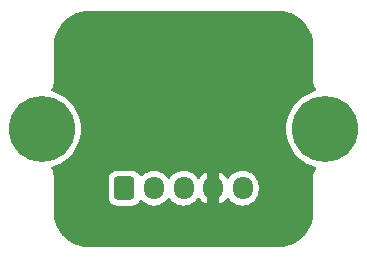
<source format=gbr>
%TF.GenerationSoftware,KiCad,Pcbnew,7.0.1*%
%TF.CreationDate,2023-07-17T00:53:10+01:00*%
%TF.ProjectId,Motor Encoder Board,4d6f746f-7220-4456-9e63-6f6465722042,rev?*%
%TF.SameCoordinates,Original*%
%TF.FileFunction,Copper,L1,Top*%
%TF.FilePolarity,Positive*%
%FSLAX46Y46*%
G04 Gerber Fmt 4.6, Leading zero omitted, Abs format (unit mm)*
G04 Created by KiCad (PCBNEW 7.0.1) date 2023-07-17 00:53:10*
%MOMM*%
%LPD*%
G01*
G04 APERTURE LIST*
G04 Aperture macros list*
%AMRoundRect*
0 Rectangle with rounded corners*
0 $1 Rounding radius*
0 $2 $3 $4 $5 $6 $7 $8 $9 X,Y pos of 4 corners*
0 Add a 4 corners polygon primitive as box body*
4,1,4,$2,$3,$4,$5,$6,$7,$8,$9,$2,$3,0*
0 Add four circle primitives for the rounded corners*
1,1,$1+$1,$2,$3*
1,1,$1+$1,$4,$5*
1,1,$1+$1,$6,$7*
1,1,$1+$1,$8,$9*
0 Add four rect primitives between the rounded corners*
20,1,$1+$1,$2,$3,$4,$5,0*
20,1,$1+$1,$4,$5,$6,$7,0*
20,1,$1+$1,$6,$7,$8,$9,0*
20,1,$1+$1,$8,$9,$2,$3,0*%
G04 Aperture macros list end*
%TA.AperFunction,ComponentPad*%
%ADD10C,5.600000*%
%TD*%
%TA.AperFunction,ComponentPad*%
%ADD11RoundRect,0.250000X-0.600000X-0.725000X0.600000X-0.725000X0.600000X0.725000X-0.600000X0.725000X0*%
%TD*%
%TA.AperFunction,ComponentPad*%
%ADD12O,1.700000X1.950000*%
%TD*%
%TA.AperFunction,ViaPad*%
%ADD13C,0.800000*%
%TD*%
G04 APERTURE END LIST*
D10*
%TO.P,H2,1,1*%
%TO.N,unconnected-(H2-Pad1)*%
X129000000Y-61000000D03*
%TD*%
%TO.P,H1,1,1*%
%TO.N,unconnected-(H1-Pad1)*%
X105000000Y-61000000D03*
%TD*%
D11*
%TO.P,J1,1,Pin_1*%
%TO.N,OUT*%
X112000000Y-66000000D03*
D12*
%TO.P,J1,2,Pin_2*%
%TO.N,/SDA*%
X114500000Y-66000000D03*
%TO.P,J1,3,Pin_3*%
%TO.N,/SCL*%
X117000000Y-66000000D03*
%TO.P,J1,4,Pin_4*%
%TO.N,GND*%
X119500000Y-66000000D03*
%TO.P,J1,5,Pin_5*%
%TO.N,+3V3*%
X122000000Y-66000000D03*
%TD*%
D13*
%TO.N,GND*%
X121820000Y-62910000D03*
X124360000Y-59080000D03*
X109470000Y-62910000D03*
X112140000Y-59090000D03*
X124360000Y-60360000D03*
%TD*%
%TA.AperFunction,Conductor*%
%TO.N,GND*%
G36*
X125003243Y-51000669D02*
G01*
X125133379Y-51007490D01*
X125313908Y-51017628D01*
X125326309Y-51018955D01*
X125474990Y-51042504D01*
X125476245Y-51042709D01*
X125635324Y-51069738D01*
X125646606Y-51072202D01*
X125795635Y-51112134D01*
X125797761Y-51112725D01*
X125949174Y-51156347D01*
X125959260Y-51159729D01*
X126104710Y-51215562D01*
X126107599Y-51216714D01*
X126251768Y-51276430D01*
X126260594Y-51280500D01*
X126400064Y-51351565D01*
X126403748Y-51353521D01*
X126493848Y-51403316D01*
X126539548Y-51428574D01*
X126547061Y-51433081D01*
X126678754Y-51518604D01*
X126682947Y-51521452D01*
X126809147Y-51610996D01*
X126815428Y-51615759D01*
X126937567Y-51714665D01*
X126942158Y-51718571D01*
X127057424Y-51821579D01*
X127062478Y-51826358D01*
X127173640Y-51937520D01*
X127178419Y-51942574D01*
X127281427Y-52057840D01*
X127285333Y-52062431D01*
X127384239Y-52184570D01*
X127389002Y-52190851D01*
X127478546Y-52317051D01*
X127481409Y-52321266D01*
X127566907Y-52452921D01*
X127571430Y-52460460D01*
X127646477Y-52596250D01*
X127648433Y-52599934D01*
X127719498Y-52739404D01*
X127723575Y-52748247D01*
X127783259Y-52892337D01*
X127784462Y-52895353D01*
X127840265Y-53040727D01*
X127843655Y-53050836D01*
X127887258Y-53202185D01*
X127887879Y-53204419D01*
X127927791Y-53353370D01*
X127930264Y-53364694D01*
X127957282Y-53523715D01*
X127957507Y-53525087D01*
X127981040Y-53673666D01*
X127982372Y-53686111D01*
X127992498Y-53866421D01*
X127992523Y-53866884D01*
X127999330Y-53996757D01*
X127999500Y-54003247D01*
X127999500Y-57087533D01*
X128014668Y-57173561D01*
X128029899Y-57259938D01*
X128059712Y-57341849D01*
X128089776Y-57424447D01*
X128177307Y-57576054D01*
X128205466Y-57609613D01*
X128232359Y-57666501D01*
X128227866Y-57729264D01*
X128193144Y-57781741D01*
X128137135Y-57810418D01*
X128115731Y-57815129D01*
X127842143Y-57907312D01*
X127776565Y-57929409D01*
X127776562Y-57929410D01*
X127776560Y-57929411D01*
X127451749Y-58079683D01*
X127145081Y-58264199D01*
X126860161Y-58480789D01*
X126600332Y-58726913D01*
X126368636Y-58999686D01*
X126167786Y-59295919D01*
X126000146Y-59612118D01*
X125867674Y-59944598D01*
X125771930Y-60289440D01*
X125714027Y-60642635D01*
X125694651Y-60999999D01*
X125714027Y-61357364D01*
X125771930Y-61710559D01*
X125867674Y-62055401D01*
X126000146Y-62387881D01*
X126167786Y-62704080D01*
X126368636Y-63000313D01*
X126600332Y-63273086D01*
X126860161Y-63519210D01*
X127145080Y-63735799D01*
X127145081Y-63735800D01*
X127451747Y-63920315D01*
X127776565Y-64070591D01*
X128115726Y-64184868D01*
X128130783Y-64188182D01*
X128137132Y-64189580D01*
X128193142Y-64218256D01*
X128227865Y-64270733D01*
X128232359Y-64333497D01*
X128205467Y-64390385D01*
X128177307Y-64423945D01*
X128089776Y-64575552D01*
X128029898Y-64740064D01*
X127999500Y-64912467D01*
X127999500Y-67996753D01*
X127999330Y-68003243D01*
X127992523Y-68133114D01*
X127992498Y-68133577D01*
X127982372Y-68313887D01*
X127981040Y-68326332D01*
X127957507Y-68474911D01*
X127957282Y-68476283D01*
X127930264Y-68635304D01*
X127927791Y-68646628D01*
X127887879Y-68795579D01*
X127887258Y-68797813D01*
X127843655Y-68949162D01*
X127840265Y-68959271D01*
X127784462Y-69104645D01*
X127783259Y-69107661D01*
X127723575Y-69251751D01*
X127719498Y-69260594D01*
X127648433Y-69400064D01*
X127646477Y-69403748D01*
X127571430Y-69539538D01*
X127566897Y-69547094D01*
X127481412Y-69678728D01*
X127478546Y-69682947D01*
X127389002Y-69809147D01*
X127384239Y-69815428D01*
X127285333Y-69937567D01*
X127281427Y-69942158D01*
X127178419Y-70057424D01*
X127173640Y-70062478D01*
X127062478Y-70173640D01*
X127057424Y-70178419D01*
X126942158Y-70281427D01*
X126937567Y-70285333D01*
X126815428Y-70384239D01*
X126809147Y-70389002D01*
X126682947Y-70478546D01*
X126678728Y-70481412D01*
X126547094Y-70566897D01*
X126539538Y-70571430D01*
X126403748Y-70646477D01*
X126400064Y-70648433D01*
X126260594Y-70719498D01*
X126251751Y-70723575D01*
X126107661Y-70783259D01*
X126104645Y-70784462D01*
X125959271Y-70840265D01*
X125949162Y-70843655D01*
X125797813Y-70887258D01*
X125795579Y-70887879D01*
X125646628Y-70927791D01*
X125635304Y-70930264D01*
X125476283Y-70957282D01*
X125474911Y-70957507D01*
X125326332Y-70981040D01*
X125313887Y-70982372D01*
X125133577Y-70992498D01*
X125133114Y-70992523D01*
X125003243Y-70999330D01*
X124996753Y-70999500D01*
X109003247Y-70999500D01*
X108996757Y-70999330D01*
X108866884Y-70992523D01*
X108866421Y-70992498D01*
X108686111Y-70982372D01*
X108673666Y-70981040D01*
X108525087Y-70957507D01*
X108523715Y-70957282D01*
X108364694Y-70930264D01*
X108353370Y-70927791D01*
X108204419Y-70887879D01*
X108202185Y-70887258D01*
X108050836Y-70843655D01*
X108040727Y-70840265D01*
X107895353Y-70784462D01*
X107892337Y-70783259D01*
X107748247Y-70723575D01*
X107739404Y-70719498D01*
X107599934Y-70648433D01*
X107596250Y-70646477D01*
X107460460Y-70571430D01*
X107452921Y-70566907D01*
X107321266Y-70481409D01*
X107317051Y-70478546D01*
X107190851Y-70389002D01*
X107184570Y-70384239D01*
X107062431Y-70285333D01*
X107057840Y-70281427D01*
X106942574Y-70178419D01*
X106937520Y-70173640D01*
X106826358Y-70062478D01*
X106821579Y-70057424D01*
X106718571Y-69942158D01*
X106714665Y-69937567D01*
X106615759Y-69815428D01*
X106610996Y-69809147D01*
X106521452Y-69682947D01*
X106518604Y-69678754D01*
X106433081Y-69547061D01*
X106428568Y-69539538D01*
X106353521Y-69403748D01*
X106351565Y-69400064D01*
X106280500Y-69260594D01*
X106276430Y-69251768D01*
X106216714Y-69107599D01*
X106215562Y-69104710D01*
X106159729Y-68959260D01*
X106156347Y-68949174D01*
X106112725Y-68797761D01*
X106112134Y-68795635D01*
X106072202Y-68646606D01*
X106069738Y-68635324D01*
X106042709Y-68476245D01*
X106042491Y-68474911D01*
X106018955Y-68326309D01*
X106017628Y-68313908D01*
X106007485Y-68133285D01*
X106007476Y-68133114D01*
X106000669Y-68003243D01*
X106000500Y-67996755D01*
X106000500Y-66775008D01*
X110649500Y-66775008D01*
X110660000Y-66877796D01*
X110715186Y-67044334D01*
X110807288Y-67193657D01*
X110931342Y-67317711D01*
X110931344Y-67317712D01*
X111080666Y-67409814D01*
X111192016Y-67446712D01*
X111247202Y-67464999D01*
X111257703Y-67466071D01*
X111349991Y-67475500D01*
X112650008Y-67475499D01*
X112752797Y-67464999D01*
X112919334Y-67409814D01*
X113068656Y-67317712D01*
X113192712Y-67193656D01*
X113284814Y-67044334D01*
X113284814Y-67044331D01*
X113288178Y-67038879D01*
X113327091Y-66999395D01*
X113379321Y-66980814D01*
X113434428Y-66986849D01*
X113481398Y-67016294D01*
X113628599Y-67163495D01*
X113822170Y-67299035D01*
X114036337Y-67398903D01*
X114264592Y-67460063D01*
X114500000Y-67480659D01*
X114735408Y-67460063D01*
X114963663Y-67398903D01*
X115177829Y-67299035D01*
X115371401Y-67163495D01*
X115538495Y-66996401D01*
X115648426Y-66839401D01*
X115692743Y-66800537D01*
X115750000Y-66786526D01*
X115807257Y-66800537D01*
X115851573Y-66839401D01*
X115961505Y-66996401D01*
X116128599Y-67163495D01*
X116322170Y-67299035D01*
X116536337Y-67398903D01*
X116764592Y-67460063D01*
X117000000Y-67480659D01*
X117235408Y-67460063D01*
X117463663Y-67398903D01*
X117677829Y-67299035D01*
X117871401Y-67163495D01*
X118038495Y-66996401D01*
X118148732Y-66838964D01*
X118193048Y-66800101D01*
X118250305Y-66786090D01*
X118307562Y-66800101D01*
X118351880Y-66838967D01*
X118461890Y-66996078D01*
X118628918Y-67163106D01*
X118822423Y-67298600D01*
X118999999Y-67381406D01*
X119000000Y-67381406D01*
X119000000Y-67381405D01*
X120000000Y-67381405D01*
X120177578Y-67298599D01*
X120371078Y-67163109D01*
X120538109Y-66996078D01*
X120648119Y-66838968D01*
X120692437Y-66800102D01*
X120749694Y-66786091D01*
X120806951Y-66800102D01*
X120851268Y-66838966D01*
X120961505Y-66996401D01*
X121128599Y-67163495D01*
X121322170Y-67299035D01*
X121536337Y-67398903D01*
X121764592Y-67460063D01*
X122000000Y-67480659D01*
X122235408Y-67460063D01*
X122463663Y-67398903D01*
X122677829Y-67299035D01*
X122871401Y-67163495D01*
X123038495Y-66996401D01*
X123174035Y-66802829D01*
X123273903Y-66588663D01*
X123335063Y-66360408D01*
X123350500Y-66183966D01*
X123350500Y-65816034D01*
X123335063Y-65639592D01*
X123273903Y-65411337D01*
X123174035Y-65197171D01*
X123038495Y-65003599D01*
X122871401Y-64836505D01*
X122677830Y-64700965D01*
X122463663Y-64601097D01*
X122368327Y-64575552D01*
X122235407Y-64539936D01*
X122000000Y-64519340D01*
X121764592Y-64539936D01*
X121536336Y-64601097D01*
X121322170Y-64700965D01*
X121128598Y-64836505D01*
X120961508Y-65003595D01*
X120851269Y-65161033D01*
X120806951Y-65199898D01*
X120749694Y-65213909D01*
X120692437Y-65199898D01*
X120648119Y-65161032D01*
X120538109Y-65003921D01*
X120371081Y-64836893D01*
X120177576Y-64701399D01*
X120000000Y-64618593D01*
X120000000Y-67381405D01*
X119000000Y-67381405D01*
X119000000Y-64618595D01*
X118999999Y-64618594D01*
X118822421Y-64701400D01*
X118628921Y-64836890D01*
X118461893Y-65003918D01*
X118351880Y-65161033D01*
X118307562Y-65199898D01*
X118250305Y-65213909D01*
X118193048Y-65199898D01*
X118148730Y-65161032D01*
X118038494Y-65003598D01*
X117871404Y-64836508D01*
X117871401Y-64836505D01*
X117677830Y-64700965D01*
X117463663Y-64601097D01*
X117368327Y-64575552D01*
X117235407Y-64539936D01*
X117000000Y-64519340D01*
X116764592Y-64539936D01*
X116536336Y-64601097D01*
X116322170Y-64700965D01*
X116128598Y-64836505D01*
X115961505Y-65003598D01*
X115851575Y-65160596D01*
X115807257Y-65199462D01*
X115750000Y-65213473D01*
X115692743Y-65199462D01*
X115648425Y-65160596D01*
X115538494Y-65003598D01*
X115371404Y-64836508D01*
X115371401Y-64836505D01*
X115177830Y-64700965D01*
X114963663Y-64601097D01*
X114868327Y-64575552D01*
X114735407Y-64539936D01*
X114500000Y-64519340D01*
X114264592Y-64539936D01*
X114036336Y-64601097D01*
X113822170Y-64700965D01*
X113628601Y-64836503D01*
X113481398Y-64983706D01*
X113434428Y-65013151D01*
X113379321Y-65019185D01*
X113327091Y-65000604D01*
X113288178Y-64961120D01*
X113192711Y-64806342D01*
X113068657Y-64682288D01*
X112919334Y-64590186D01*
X112752797Y-64535000D01*
X112650009Y-64524500D01*
X111349991Y-64524500D01*
X111247203Y-64535000D01*
X111080665Y-64590186D01*
X110931342Y-64682288D01*
X110807288Y-64806342D01*
X110715186Y-64955665D01*
X110660000Y-65122202D01*
X110649500Y-65224990D01*
X110649500Y-66775008D01*
X106000500Y-66775008D01*
X106000500Y-64912467D01*
X105981788Y-64806344D01*
X105970101Y-64740062D01*
X105910225Y-64575555D01*
X105822692Y-64423945D01*
X105794533Y-64390386D01*
X105767640Y-64333498D01*
X105772134Y-64270733D01*
X105806857Y-64218256D01*
X105862868Y-64189580D01*
X105884270Y-64184869D01*
X105884271Y-64184868D01*
X105884274Y-64184868D01*
X106223435Y-64070591D01*
X106548253Y-63920315D01*
X106854919Y-63735800D01*
X107139837Y-63519211D01*
X107399668Y-63273086D01*
X107631365Y-63000311D01*
X107832211Y-62704085D01*
X107924597Y-62529826D01*
X107999853Y-62387881D01*
X108132325Y-62055401D01*
X108228069Y-61710559D01*
X108228068Y-61710559D01*
X108228071Y-61710552D01*
X108285972Y-61357371D01*
X108305348Y-61000000D01*
X108285972Y-60642629D01*
X108228071Y-60289448D01*
X108228069Y-60289440D01*
X108132325Y-59944598D01*
X107999853Y-59612118D01*
X107832213Y-59295919D01*
X107832211Y-59295915D01*
X107631365Y-58999689D01*
X107631363Y-58999686D01*
X107399667Y-58726913D01*
X107139838Y-58480789D01*
X106854918Y-58264199D01*
X106548250Y-58079683D01*
X106223439Y-57929411D01*
X106223440Y-57929411D01*
X106223435Y-57929409D01*
X106052434Y-57871792D01*
X105884267Y-57815129D01*
X105862864Y-57810418D01*
X105806854Y-57781741D01*
X105772133Y-57729263D01*
X105767641Y-57666499D01*
X105794533Y-57609613D01*
X105822692Y-57576055D01*
X105910225Y-57424445D01*
X105970101Y-57259938D01*
X106000500Y-57087532D01*
X106000500Y-57000000D01*
X106000500Y-56999500D01*
X106000500Y-54003245D01*
X106000670Y-53996756D01*
X106007501Y-53866421D01*
X106017628Y-53686087D01*
X106018954Y-53673694D01*
X106042513Y-53524947D01*
X106042700Y-53523809D01*
X106069739Y-53364666D01*
X106072199Y-53353402D01*
X106112150Y-53204305D01*
X106112709Y-53202293D01*
X106156351Y-53050811D01*
X106159724Y-53040753D01*
X106215583Y-52895233D01*
X106216692Y-52892452D01*
X106276439Y-52748212D01*
X106280488Y-52739429D01*
X106351569Y-52599925D01*
X106353521Y-52596250D01*
X106428588Y-52460426D01*
X106433065Y-52452962D01*
X106518633Y-52321199D01*
X106521434Y-52317077D01*
X106611010Y-52190832D01*
X106615733Y-52184603D01*
X106714702Y-52062386D01*
X106718532Y-52057885D01*
X106821613Y-51942537D01*
X106826323Y-51937556D01*
X106937556Y-51826323D01*
X106942537Y-51821613D01*
X107057885Y-51718532D01*
X107062386Y-51714702D01*
X107184603Y-51615733D01*
X107190832Y-51611010D01*
X107317077Y-51521434D01*
X107321199Y-51518633D01*
X107452962Y-51433065D01*
X107460426Y-51428588D01*
X107596255Y-51353517D01*
X107599934Y-51351565D01*
X107739429Y-51280488D01*
X107748212Y-51276439D01*
X107892452Y-51216692D01*
X107895233Y-51215583D01*
X108040753Y-51159724D01*
X108050811Y-51156351D01*
X108202293Y-51112709D01*
X108204305Y-51112150D01*
X108353402Y-51072199D01*
X108364666Y-51069739D01*
X108523809Y-51042700D01*
X108524947Y-51042513D01*
X108673694Y-51018954D01*
X108686087Y-51017628D01*
X108866554Y-51007493D01*
X108996756Y-51000669D01*
X109003245Y-51000500D01*
X124996755Y-51000500D01*
X125003243Y-51000669D01*
G37*
%TD.AperFunction*%
%TD*%
M02*

</source>
